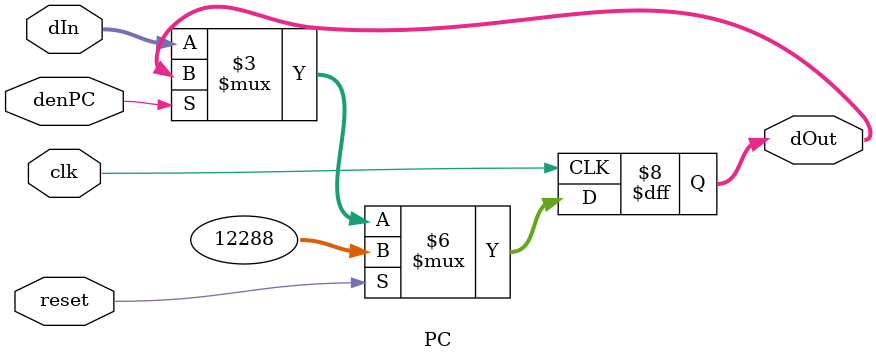
<source format=v>
module PC(
    input clk,
    input reset,
    input denPC,
    input [31:0] dIn,
    output reg [31:0] dOut
    );
  
  always @(posedge clk) begin
       if(reset)
		    dOut <= 32'h00003000;
		 else
		    if(!denPC)
			    dOut <= dIn;
  end

endmodule

</source>
